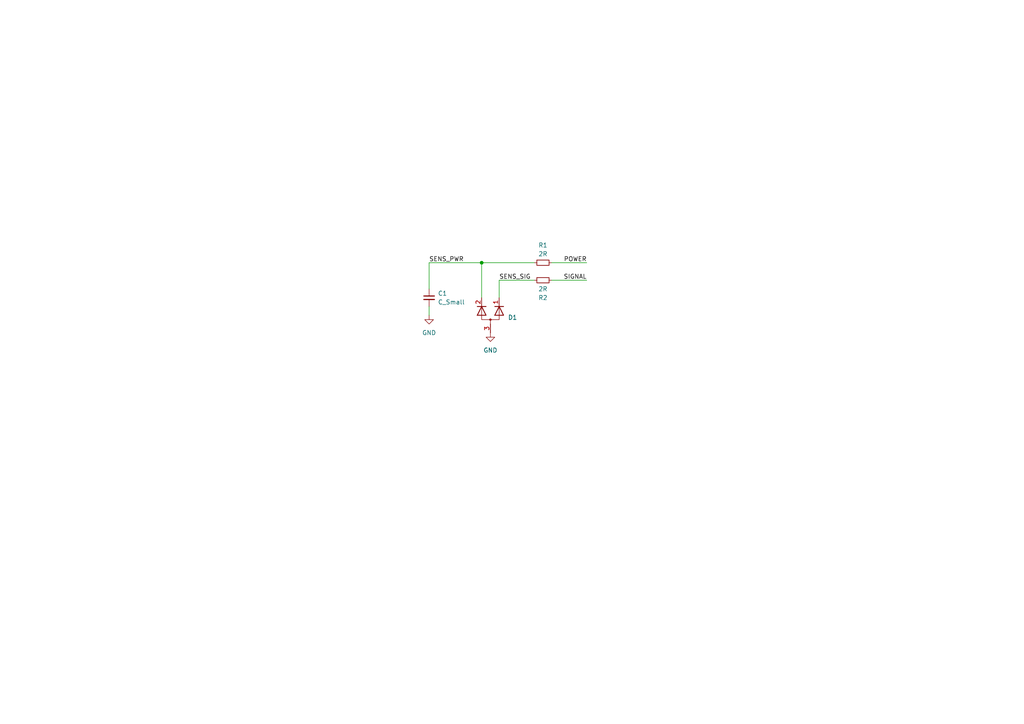
<source format=kicad_sch>
(kicad_sch (version 20240620) (generator "eeschema") (generator_version "8.99")
  (paper "A4")
  (title_block (title "DS18B20 Protection") (date "2021-07-08") (rev "R1"))
  (lib_symbols
    (symbol "Device:C_Small" (pin_numbers hide) (pin_names (offset 0.254) hide)
      (property "Reference" "C" (at 0.254 1.778 0))
      (property "Value" "C_Small" (at 0.254 -2.032 0))
      (symbol "C_Small_0_1"
        (polyline (pts (xy -1.524 0.508) (xy 1.524 0.508)) (stroke (width 0.3048)))
        (polyline (pts (xy -1.524 -0.508) (xy 1.524 -0.508)) (stroke (width 0.3302)))
      )
      (symbol "C_Small_1_1"
        (pin passive line (at 0 2.54 270) (length 2.032) (name "~") (number "1"))
        (pin passive line (at 0 -2.54 90) (length 2.032) (name "~") (number "2"))
      )
    )
    (symbol "Device:D_Dual_CommonAnode_AKK_Parallel" (pin_names (offset 0.762) hide)
      (property "Reference" "D?" (at 5.08 0.6351 90))
      (property "Value" "D_Dual_CommonAnode_AKK_Parallel" (at 5.08 -1.9049 90))
      (symbol "D_Dual_CommonAnode_AKK_Parallel_0_0"
        (polyline (pts (xy 2.54 3.81) (xy 2.54 1.27)) (stroke (width 0.254)))
        (polyline (pts (xy 2.54 -1.27) (xy 2.54 -3.81)) (stroke (width 0.254)))
      )
      (symbol "D_Dual_CommonAnode_AKK_Parallel_0_1"
        (circle (center -1.27 0) (radius 0.254) (fill (type outline)))
        (polyline (pts (xy -1.27 0) (xy -2.54 0)))
        (polyline (pts (xy 0 3.81) (xy 2.54 2.54) (xy 0 1.27) (xy 0 3.81) (xy 0 3.81) (xy 0 3.81)) (stroke (width 0.254)))
        (polyline (pts (xy 0 -1.27) (xy 2.54 -2.54) (xy 0 -3.81) (xy 0 -1.27) (xy 0 -1.27) (xy 0 -1.27)) (stroke (width 0.254)))
        (polyline (pts (xy 2.54 2.54) (xy -1.27 2.54) (xy -1.27 -2.54) (xy 2.54 -2.54)))
        (pin passive line (at -5.08 0 0) (length 2.54) (name "A") (number "3"))
        (pin passive line (at 5.08 2.54 180) (length 2.54) (name "K") (number "2"))
        (pin passive line (at 5.08 -2.54 180) (length 2.54) (name "K") (number "1"))
      )
    )
    (symbol "Device:R_Small" (pin_numbers hide) (pin_names (offset 0.254) hide)
      (property "Reference" "R" (at 0.762 0.508 0))
      (property "Value" "R_Small" (at 0.762 -1.016 0))
      (symbol "R_Small_0_1"
        (rectangle (start -0.762 1.778) (end 0.762 -1.778) (stroke (width 0.2032)))
      )
      (symbol "R_Small_1_1"
        (pin passive line (at 0 2.54 270) (length 0.762) (name "~") (number "1"))
        (pin passive line (at 0 -2.54 90) (length 0.762) (name "~") (number "2"))
      )
    )
    (symbol "power:GND" (power) (pin_names (offset 0))
      (property "Value" "GND" (at 0 -3.81 0))
      (symbol "GND_0_1"
        (polyline (pts (xy 0 0) (xy 0 -1.27) (xy 1.27 -1.27) (xy 0 -2.54) (xy -1.27 -1.27) (xy 0 -1.27)))
      )
      (symbol "GND_1_1"
        (pin power_in line (at 0 0 270) (length 0) hide (name "GND") (number "1"))
      )
    )
  )
  (junction (at 139.7 76.2))
  (wire (pts (xy 139.7 76.2) (xy 154.94 76.2)))
  (wire (pts (xy 139.7 86.36) (xy 139.7 76.2)))
  (wire (pts (xy 124.46 76.2) (xy 124.46 83.82)))
  (wire (pts (xy 124.46 88.9) (xy 124.46 91.44)))
  (wire (pts (xy 160.02 81.28) (xy 170.18 81.28)))
  (wire (pts (xy 144.78 81.28) (xy 154.94 81.28)))
  (wire (pts (xy 144.78 86.36) (xy 144.78 81.28)))
  (wire (pts (xy 160.02 76.2) (xy 170.18 76.2)))
  (wire (pts (xy 124.46 76.2) (xy 139.7 76.2)))
  (label "SENS_SIG" (at 144.78 81.28 0))
  (label "SIGNAL" (at 170.18 81.28 180))
  (label "POWER" (at 170.18 76.2 180))
  (label "SENS_PWR" (at 124.46 76.2 0))
  (symbol (lib_id "Device:R_Small") (at 157.48 81.28 90) (unit 1)
    (property "Reference" "R2" (at 157.48 86.36 90))
    (property "Value" "2R" (at 157.48 83.82 90))
    (property "Footprint" "Resistor_SMD:R_0805_2012Metric" (effects (hide yes)))
    (property "Description" "Resistor, small symbol" (effects (hide yes)))
  )
  (symbol (lib_id "Device:R_Small") (at 157.48 76.2 90) (unit 1)
    (property "Reference" "R1" (at 157.48 71.12 90))
    (property "Value" "2R" (at 157.48 73.66 90))
    (property "Footprint" "Resistor_SMD:R_0805_2012Metric" (effects (hide yes)))
    (property "Description" "Resistor, small symbol" (effects (hide yes)))
  )
  (symbol (lib_id "power:GND") (at 124.46 91.44 0) (unit 1)
    (property "Reference" "#PWR01" (effects (hide yes)))
    (property "Value" "GND" (at 124.46 96.52 0))
  )
  (symbol (lib_id "power:GND") (at 142.24 96.52 0) (unit 1)
    (property "Reference" "#PWR0101" (effects (hide yes)))
    (property "Value" "GND" (at 142.24 101.6 0))
  )
  (symbol (lib_id "Device:D_Dual_CommonAnode_AKK_Parallel") (at 142.24 91.44 90) (unit 1)
    (property "Reference" "D1" (at 147.32 92.0749 90) (effects (justify right)))
    (property "Footprint" "Package_TO_SOT_SMD:SOT-23" (effects (hide yes)))
  )
  (symbol (lib_id "Device:C_Small") (at 124.46 86.36 0) (unit 1)
    (property "Reference" "C1" (at 127 85.0962 0) (effects (justify left)))
    (property "Value" "C_Small" (at 127 87.6362 0) (effects (justify left)))
    (property "Footprint" "Capacitor_SMD:C_0805_2012Metric" (effects (hide yes)))
    (property "Description" "Unpolarized capacitor, small symbol" (effects (hide yes)))
  )
)
</source>
